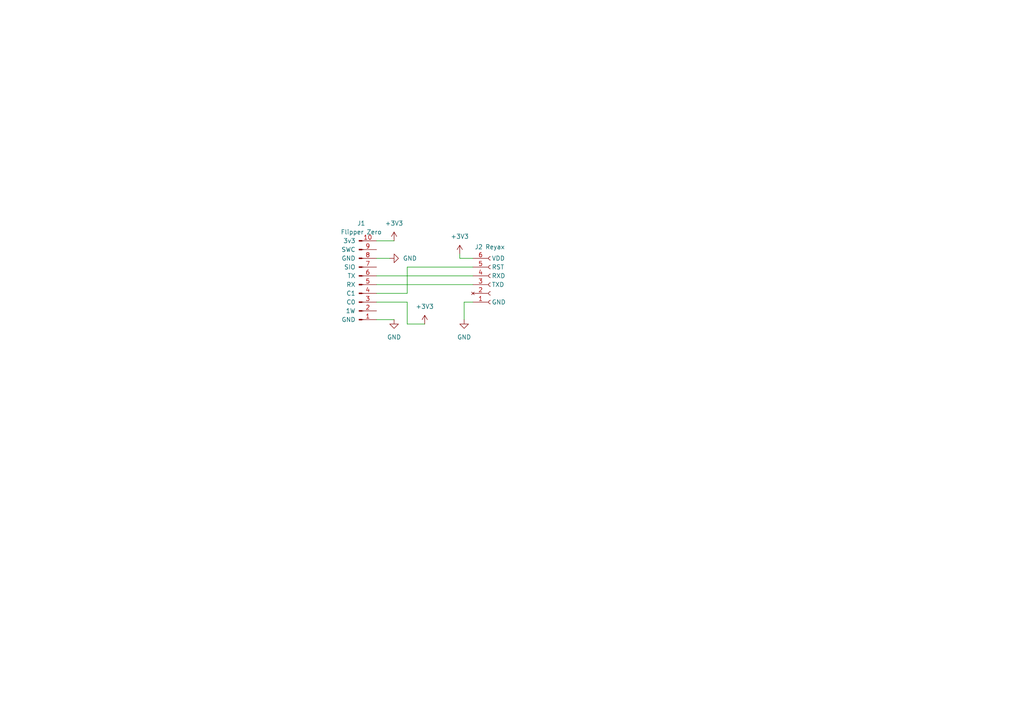
<source format=kicad_sch>
(kicad_sch (version 20231120) (generator "eeschema") (generator_version "8.0")
  (paper "A4")
  (lib_symbols
    (symbol "Connector:Conn_01x06_Socket" (pin_names (offset 1.016))
      (property "Reference" "J2" (at -4.572 8.382 0))
      (property "Value" "Reyax" (at -1.524 8.382 0))
      (symbol "Conn_01x06_Socket_1_1"
        (arc (start 0 -7.112) (mid -0.5058 -7.62) (end 0 -8.128) (stroke (width 0.1524)))
        (arc (start 0 -4.572) (mid -0.5058 -5.08) (end 0 -5.588) (stroke (width 0.1524)))
        (arc (start 0 -2.032) (mid -0.5058 -2.54) (end 0 -3.048) (stroke (width 0.1524)))
        (arc (start 0 0.508) (mid -0.5058 0) (end 0 -0.508) (stroke (width 0.1524)))
        (arc (start 0 3.048) (mid -0.5058 2.54) (end 0 2.032) (stroke (width 0.1524)))
        (arc (start 0 5.588) (mid -0.5058 5.08) (end 0 4.572) (stroke (width 0.1524)))
        (pin passive line (at -5.08 -7.62 0) (length 4.445) (name "GND") (number "1"))
        (pin no_connect line (at -5.08 -5.08 0) (length 4.445) (name "") (number "2"))
        (pin output line (at -5.08 -2.54 0) (length 4.445) (name "TXD") (number "3"))
        (pin input line (at -5.08 0 0) (length 4.445) (name "RXD") (number "4"))
        (pin input line (at -5.08 2.54 0) (length 4.445) (name "RST") (number "5"))
        (pin power_in line (at -5.08 5.08 0) (length 4.445) (name "VDD") (number "6"))
      )
    )
    (symbol "Connector:Conn_01x10_Pin" (pin_names (offset 1.016))
      (property "Reference" "J1" (at 0.635 15.24 0))
      (property "Value" "Flipper Zero" (at 0.635 12.7 0))
      (symbol "Conn_01x10_Pin_1_1"
        (polyline (pts (xy 1.27 -12.7) (xy 0.8636 -12.7)) (stroke (width 0.1524)))
        (polyline (pts (xy 1.27 -10.16) (xy 0.8636 -10.16)) (stroke (width 0.1524)))
        (polyline (pts (xy 1.27 -7.62) (xy 0.8636 -7.62)) (stroke (width 0.1524)))
        (polyline (pts (xy 1.27 -5.08) (xy 0.8636 -5.08)) (stroke (width 0.1524)))
        (polyline (pts (xy 1.27 -2.54) (xy 0.8636 -2.54)) (stroke (width 0.1524)))
        (polyline (pts (xy 1.27 0) (xy 0.8636 0)) (stroke (width 0.1524)))
        (polyline (pts (xy 1.27 2.54) (xy 0.8636 2.54)) (stroke (width 0.1524)))
        (polyline (pts (xy 1.27 5.08) (xy 0.8636 5.08)) (stroke (width 0.1524)))
        (polyline (pts (xy 1.27 7.62) (xy 0.8636 7.62)) (stroke (width 0.1524)))
        (polyline (pts (xy 1.27 10.16) (xy 0.8636 10.16)) (stroke (width 0.1524)))
        (rectangle (start 0.8636 -12.573) (end 0 -12.827) (stroke (width 0.1524)) (fill (type outline)))
        (rectangle (start 0.8636 -10.033) (end 0 -10.287) (stroke (width 0.1524)) (fill (type outline)))
        (rectangle (start 0.8636 -7.493) (end 0 -7.747) (stroke (width 0.1524)) (fill (type outline)))
        (rectangle (start 0.8636 -4.953) (end 0 -5.207) (stroke (width 0.1524)) (fill (type outline)))
        (rectangle (start 0.8636 -2.413) (end 0 -2.667) (stroke (width 0.1524)) (fill (type outline)))
        (rectangle (start 0.8636 0.127) (end 0 -0.127) (stroke (width 0.1524)) (fill (type outline)))
        (rectangle (start 0.8636 2.667) (end 0 2.413) (stroke (width 0.1524)) (fill (type outline)))
        (rectangle (start 0.8636 5.207) (end 0 4.953) (stroke (width 0.1524)) (fill (type outline)))
        (rectangle (start 0.8636 7.747) (end 0 7.493) (stroke (width 0.1524)) (fill (type outline)))
        (rectangle (start 0.8636 10.287) (end 0 10.033) (stroke (width 0.1524)) (fill (type outline)))
        (pin passive line (at 5.08 -12.7 180) (length 5.08) (name "GND") (number "1"))
        (pin power_out line (at 5.08 10.16 180) (length 5.08) (name "3v3") (number "10"))
        (pin bidirectional line (at 5.08 -10.16 180) (length 5.08) (name "1W") (number "2"))
        (pin bidirectional line (at 5.08 -7.62 180) (length 5.08) (name "C0") (number "3"))
        (pin bidirectional line (at 5.08 -5.08 180) (length 5.08) (name "C1") (number "4"))
        (pin input line (at 5.08 -2.54 180) (length 5.08) (name "RX") (number "5"))
        (pin output line (at 5.08 0 180) (length 5.08) (name "TX") (number "6"))
        (pin bidirectional line (at 5.08 2.54 180) (length 5.08) (name "SIO") (number "7"))
        (pin passive line (at 5.08 5.08 180) (length 5.08) (name "GND") (number "8"))
        (pin bidirectional line (at 5.08 7.62 180) (length 5.08) (name "SWC") (number "9"))
      )
    )
    (symbol "power:+3V3" (power) (pin_numbers hide) (pin_names (offset 0) hide)
      (property "Value" "+3V3" (at 0 3.556 0))
      (symbol "+3V3_0_1"
        (polyline (pts (xy -0.762 1.27) (xy 0 2.54)))
        (polyline (pts (xy 0 0) (xy 0 2.54)))
        (polyline (pts (xy 0 2.54) (xy 0.762 1.27)))
      )
      (symbol "+3V3_1_1"
        (pin power_in line (at 0 0 90) (length 0) (name "~") (number "1"))
      )
    )
    (symbol "power:GND" (power) (pin_numbers hide) (pin_names (offset 0) hide)
      (property "Value" "GND" (at 0 -3.81 0))
      (symbol "GND_0_1"
        (polyline (pts (xy 0 0) (xy 0 -1.27) (xy 1.27 -1.27) (xy 0 -2.54) (xy -1.27 -1.27) (xy 0 -1.27)))
      )
      (symbol "GND_1_1"
        (pin power_in line (at 0 0 270) (length 0) (name "~") (number "1"))
      )
    )
  )
  (wire (pts (xy 109.22 87.63) (xy 118.11 87.63)))
  (wire (pts (xy 109.22 82.55) (xy 137.16 82.55)))
  (wire (pts (xy 137.16 87.63) (xy 134.62 87.63)))
  (wire (pts (xy 137.16 77.47) (xy 118.11 77.47)))
  (wire (pts (xy 134.62 87.63) (xy 134.62 92.71)))
  (wire (pts (xy 118.11 87.63) (xy 118.11 93.98)))
  (wire (pts (xy 109.22 74.93) (xy 113.03 74.93)))
  (wire (pts (xy 118.11 93.98) (xy 123.19 93.98)))
  (wire (pts (xy 118.11 77.47) (xy 118.11 85.09)))
  (wire (pts (xy 133.35 74.93) (xy 133.35 73.66)))
  (wire (pts (xy 109.22 80.01) (xy 137.16 80.01)))
  (wire (pts (xy 109.22 69.85) (xy 114.3 69.85)))
  (wire (pts (xy 109.22 92.71) (xy 114.3 92.71)))
  (wire (pts (xy 133.35 74.93) (xy 137.16 74.93)))
  (wire (pts (xy 118.11 85.09) (xy 109.22 85.09)))
  (symbol (lib_id "power:+3V3") (at 114.3 69.85 0) (unit 1)
    (property "Reference" "#PWR05" (effects (hide yes)))
    (property "Value" "+3V3" (at 114.3 64.77 0))
    (property "Description" "Power symbol creates a global label with name \"+3V3\"" (effects (hide yes)))
  )
  (symbol (lib_id "power:GND") (at 113.03 74.93 90) (unit 1)
    (property "Reference" "#PWR03" (effects (hide yes)))
    (property "Value" "GND" (at 116.84 74.9299 90) (effects (justify right)))
    (property "Description" "Power symbol creates a global label with name \"GND\" , ground" (effects (hide yes)))
  )
  (symbol (lib_id "Connector:Conn_01x10_Pin") (at 104.14 80.01 0) (unit 1)
    (property "Reference" "J1" (at 104.775 64.77 0))
    (property "Value" "Flipper Zero" (at 104.775 67.31 0))
    (property "Footprint" "Connector_PinHeader_2.54mm:PinHeader_1x10_P2.54mm_Horizontal" (effects (hide yes)))
    (property "Description" "Generic connector, single row, 01x10, script generated" (effects (hide yes)))
  )
  (symbol (lib_id "power:GND") (at 134.62 92.71 0) (unit 1)
    (property "Reference" "#PWR02" (effects (hide yes)))
    (property "Value" "GND" (at 134.62 97.79 0))
    (property "Description" "Power symbol creates a global label with name \"GND\" , ground" (effects (hide yes)))
  )
  (symbol (lib_id "power:+3V3") (at 133.35 73.66 0) (unit 1)
    (property "Reference" "#PWR04" (effects (hide yes)))
    (property "Value" "+3V3" (at 133.35 68.58 0))
    (property "Description" "Power symbol creates a global label with name \"+3V3\"" (effects (hide yes)))
  )
  (symbol (lib_id "power:GND") (at 114.3 92.71 0) (unit 1)
    (property "Reference" "#PWR01" (effects (hide yes)))
    (property "Value" "GND" (at 114.3 97.79 0))
    (property "Description" "Power symbol creates a global label with name \"GND\" , ground" (effects (hide yes)))
  )
  (symbol (lib_id "power:+3V3") (at 123.19 93.98 0) (unit 1)
    (property "Reference" "#PWR06" (effects (hide yes)))
    (property "Value" "+3V3" (at 123.19 88.9 0))
    (property "Description" "Power symbol creates a global label with name \"+3V3\"" (effects (hide yes)))
  )
  (symbol (lib_id "Connector:Conn_01x06_Socket") (at 142.24 80.01 0) (unit 1)
    (property "Reference" "J2" (at 137.668 71.628 0) (effects (justify left)))
    (property "Value" "Reyax" (at 140.716 71.628 0) (effects (justify left)))
    (property "Footprint" "Connector_PinHeader_2.54mm:PinHeader_1x06_P2.54mm_Vertical" (effects (hide yes)))
    (property "Description" "Generic connector, single row, 01x06, script generated" (effects (hide yes)))
  )
)
</source>
